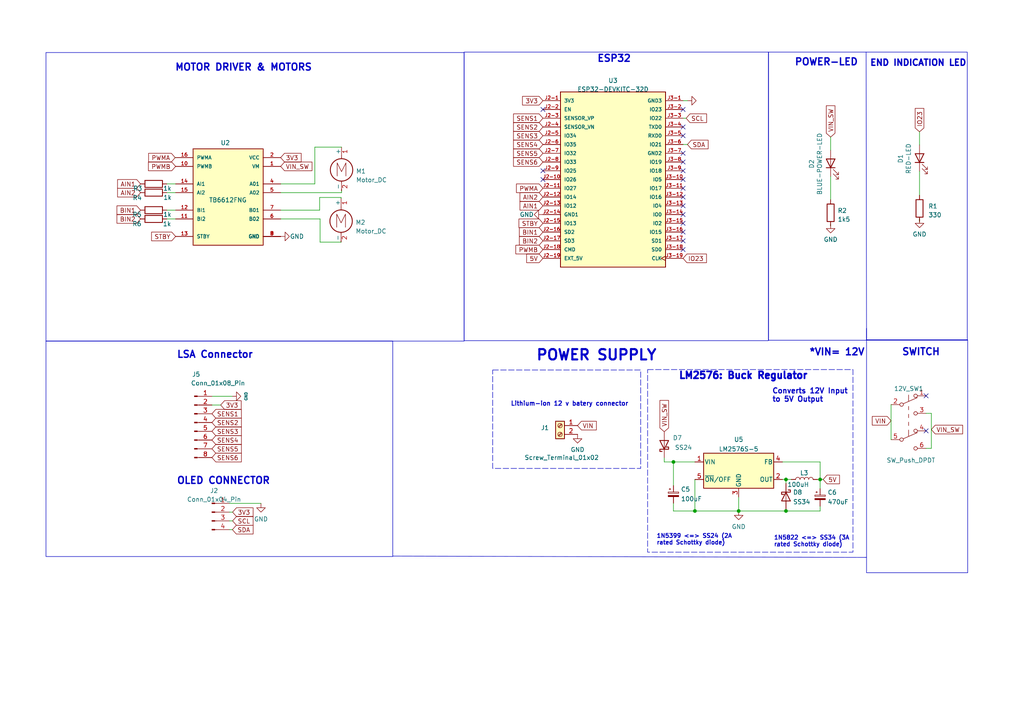
<source format=kicad_sch>
(kicad_sch (version 20230121) (generator eeschema)
  (paper "A4")
  (lib_symbols
    (symbol "Connector:Conn_01x04_Pin" (pin_names (offset 1.016) hide)
      (property "Reference" "J" (at 0 5.08 0))
      (property "Value" "Conn_01x04_Pin" (at 0 -7.62 0))
      (symbol "Conn_01x04_Pin_1_1"
        (polyline (pts (xy 1.27 -5.08) (xy 0.8636 -5.08)) (stroke (width 0.1524)))
        (polyline (pts (xy 1.27 -2.54) (xy 0.8636 -2.54)) (stroke (width 0.1524)))
        (polyline (pts (xy 1.27 0) (xy 0.8636 0)) (stroke (width 0.1524)))
        (polyline (pts (xy 1.27 2.54) (xy 0.8636 2.54)) (stroke (width 0.1524)))
        (rectangle (start 0.8636 -4.953) (end 0 -5.207) (stroke (width 0.1524)) (fill (type outline)))
        (rectangle (start 0.8636 -2.413) (end 0 -2.667) (stroke (width 0.1524)) (fill (type outline)))
        (rectangle (start 0.8636 0.127) (end 0 -0.127) (stroke (width 0.1524)) (fill (type outline)))
        (rectangle (start 0.8636 2.667) (end 0 2.413) (stroke (width 0.1524)) (fill (type outline)))
        (pin passive line (at 5.08 2.54 180) (length 3.81) (name "Pin_1") (number "1"))
        (pin passive line (at 5.08 0 180) (length 3.81) (name "Pin_2") (number "2"))
        (pin passive line (at 5.08 -2.54 180) (length 3.81) (name "Pin_3") (number "3"))
        (pin passive line (at 5.08 -5.08 180) (length 3.81) (name "Pin_4") (number "4"))
      )
    )
    (symbol "Connector:Conn_01x08_Pin" (pin_names (offset 1.016) hide)
      (property "Reference" "J" (at 0 10.16 0))
      (property "Value" "Conn_01x08_Pin" (at 0 -12.7 0))
      (symbol "Conn_01x08_Pin_1_1"
        (polyline (pts (xy 1.27 -10.16) (xy 0.8636 -10.16)) (stroke (width 0.1524)))
        (polyline (pts (xy 1.27 -7.62) (xy 0.8636 -7.62)) (stroke (width 0.1524)))
        (polyline (pts (xy 1.27 -5.08) (xy 0.8636 -5.08)) (stroke (width 0.1524)))
        (polyline (pts (xy 1.27 -2.54) (xy 0.8636 -2.54)) (stroke (width 0.1524)))
        (polyline (pts (xy 1.27 0) (xy 0.8636 0)) (stroke (width 0.1524)))
        (polyline (pts (xy 1.27 2.54) (xy 0.8636 2.54)) (stroke (width 0.1524)))
        (polyline (pts (xy 1.27 5.08) (xy 0.8636 5.08)) (stroke (width 0.1524)))
        (polyline (pts (xy 1.27 7.62) (xy 0.8636 7.62)) (stroke (width 0.1524)))
        (rectangle (start 0.8636 -10.033) (end 0 -10.287) (stroke (width 0.1524)) (fill (type outline)))
        (rectangle (start 0.8636 -7.493) (end 0 -7.747) (stroke (width 0.1524)) (fill (type outline)))
        (rectangle (start 0.8636 -4.953) (end 0 -5.207) (stroke (width 0.1524)) (fill (type outline)))
        (rectangle (start 0.8636 -2.413) (end 0 -2.667) (stroke (width 0.1524)) (fill (type outline)))
        (rectangle (start 0.8636 0.127) (end 0 -0.127) (stroke (width 0.1524)) (fill (type outline)))
        (rectangle (start 0.8636 2.667) (end 0 2.413) (stroke (width 0.1524)) (fill (type outline)))
        (rectangle (start 0.8636 5.207) (end 0 4.953) (stroke (width 0.1524)) (fill (type outline)))
        (rectangle (start 0.8636 7.747) (end 0 7.493) (stroke (width 0.1524)) (fill (type outline)))
        (pin passive line (at 5.08 7.62 180) (length 3.81) (name "Pin_1") (number "1"))
        (pin passive line (at 5.08 5.08 180) (length 3.81) (name "Pin_2") (number "2"))
        (pin passive line (at 5.08 2.54 180) (length 3.81) (name "Pin_3") (number "3"))
        (pin passive line (at 5.08 0 180) (length 3.81) (name "Pin_4") (number "4"))
        (pin passive line (at 5.08 -2.54 180) (length 3.81) (name "Pin_5") (number "5"))
        (pin passive line (at 5.08 -5.08 180) (length 3.81) (name "Pin_6") (number "6"))
        (pin passive line (at 5.08 -7.62 180) (length 3.81) (name "Pin_7") (number "7"))
        (pin passive line (at 5.08 -10.16 180) (length 3.81) (name "Pin_8") (number "8"))
      )
    )
    (symbol "Connector:Screw_Terminal_01x02" (pin_names (offset 1.016) hide)
      (property "Reference" "J" (at 0 2.54 0))
      (property "Value" "Screw_Terminal_01x02" (at 0 -5.08 0))
      (symbol "Screw_Terminal_01x02_1_1"
        (rectangle (start -1.27 1.27) (end 1.27 -3.81) (stroke (width 0.254)) (fill (type background)))
        (circle (center 0 -2.54) (radius 0.635) (stroke (width 0.1524)))
        (polyline (pts (xy -0.5334 -2.2098) (xy 0.3302 -3.048)) (stroke (width 0.1524)))
        (polyline (pts (xy -0.5334 0.3302) (xy 0.3302 -0.508)) (stroke (width 0.1524)))
        (polyline (pts (xy -0.3556 -2.032) (xy 0.508 -2.8702)) (stroke (width 0.1524)))
        (polyline (pts (xy -0.3556 0.508) (xy 0.508 -0.3302)) (stroke (width 0.1524)))
        (circle (center 0 0) (radius 0.635) (stroke (width 0.1524)))
        (pin passive line (at -5.08 0 0) (length 3.81) (name "Pin_1") (number "1"))
        (pin passive line (at -5.08 -2.54 0) (length 3.81) (name "Pin_2") (number "2"))
      )
    )
    (symbol "Device:C_Polarized_Small" (pin_numbers hide) (pin_names (offset 0.254) hide)
      (property "Reference" "C" (at 0.254 1.778 0))
      (property "Value" "C_Polarized_Small" (at 0.254 -2.032 0))
      (symbol "C_Polarized_Small_0_1"
        (rectangle (start -1.524 -0.3048) (end 1.524 -0.6858) (fill (type outline)))
        (rectangle (start -1.524 0.6858) (end 1.524 0.3048))
        (polyline (pts (xy -1.27 1.524) (xy -0.762 1.524)))
        (polyline (pts (xy -1.016 1.27) (xy -1.016 1.778)))
      )
      (symbol "C_Polarized_Small_1_1"
        (pin passive line (at 0 2.54 270) (length 1.8542) (name "~") (number "1"))
        (pin passive line (at 0 -2.54 90) (length 1.8542) (name "~") (number "2"))
      )
    )
    (symbol "Device:L" (pin_numbers hide) (pin_names (offset 1.016) hide)
      (property "Reference" "L" (at -1.27 0 90))
      (property "Value" "L" (at 1.905 0 90))
      (symbol "L_0_1"
        (arc (start 0 -2.54) (mid 0.6323 -1.905) (end 0 -1.27))
        (arc (start 0 -1.27) (mid 0.6323 -0.635) (end 0 0))
        (arc (start 0 0) (mid 0.6323 0.635) (end 0 1.27))
        (arc (start 0 1.27) (mid 0.6323 1.905) (end 0 2.54))
      )
      (symbol "L_1_1"
        (pin passive line (at 0 3.81 270) (length 1.27) (name "1") (number "1"))
        (pin passive line (at 0 -3.81 90) (length 1.27) (name "2") (number "2"))
      )
    )
    (symbol "Device:LED" (pin_numbers hide) (pin_names (offset 1.016) hide)
      (property "Reference" "D" (at 0 2.54 0))
      (property "Value" "LED" (at 0 -2.54 0))
      (symbol "LED_0_1"
        (polyline (pts (xy -1.27 -1.27) (xy -1.27 1.27)) (stroke (width 0.254)))
        (polyline (pts (xy -1.27 0) (xy 1.27 0)))
        (polyline (pts (xy 1.27 -1.27) (xy 1.27 1.27) (xy -1.27 0) (xy 1.27 -1.27)) (stroke (width 0.254)))
        (polyline (pts (xy -3.048 -0.762) (xy -4.572 -2.286) (xy -3.81 -2.286) (xy -4.572 -2.286) (xy -4.572 -1.524)))
        (polyline (pts (xy -1.778 -0.762) (xy -3.302 -2.286) (xy -2.54 -2.286) (xy -3.302 -2.286) (xy -3.302 -1.524)))
      )
      (symbol "LED_1_1"
        (pin passive line (at -3.81 0 0) (length 2.54) (name "K") (number "1"))
        (pin passive line (at 3.81 0 180) (length 2.54) (name "A") (number "2"))
      )
    )
    (symbol "Device:R" (pin_numbers hide) (pin_names (offset 0))
      (property "Reference" "R" (at 2.032 0 90))
      (property "Value" "R" (at 0 0 90))
      (symbol "R_0_1"
        (rectangle (start -1.016 -2.54) (end 1.016 2.54) (stroke (width 0.254)))
      )
      (symbol "R_1_1"
        (pin passive line (at 0 3.81 270) (length 1.27) (name "~") (number "1"))
        (pin passive line (at 0 -3.81 90) (length 1.27) (name "~") (number "2"))
      )
    )
    (symbol "Diode:1N5822" (pin_numbers hide) (pin_names (offset 1.016) hide)
      (property "Reference" "D" (at 0 2.54 0))
      (property "Value" "1N5822" (at 0 -2.54 0))
      (symbol "1N5822_0_1"
        (polyline (pts (xy 1.27 0) (xy -1.27 0)))
        (polyline (pts (xy 1.27 1.27) (xy 1.27 -1.27) (xy -1.27 0) (xy 1.27 1.27)) (stroke (width 0.254)))
        (polyline (pts (xy -1.905 0.635) (xy -1.905 1.27) (xy -1.27 1.27) (xy -1.27 -1.27) (xy -0.635 -1.27) (xy -0.635 -0.635)) (stroke (width 0.254)))
      )
      (symbol "1N5822_1_1"
        (pin passive line (at -3.81 0 0) (length 2.54) (name "K") (number "1"))
        (pin passive line (at 3.81 0 180) (length 2.54) (name "A") (number "2"))
      )
    )
    (symbol "MAZEBLAZE-SY,:ESP32-DEVKITC-32D" (pin_names (offset 1.016))
      (property "Reference" "U" (at -15.2572 26.0643 0))
      (property "Value" "ESP32-DEVKITC-32D" (at -15.2563 -27.9698 0))
      (symbol "ESP32-DEVKITC-32D_0_0"
        (rectangle (start -15.24 25.4) (end 15.24 -25.4) (stroke (width 0.254)) (fill (type background)))
        (pin power_in line (at -20.32 22.86 0) (length 5.08) (name "3V3") (number "J2-1"))
        (pin bidirectional line (at -20.32 0 0) (length 5.08) (name "IO26") (number "J2-10"))
        (pin bidirectional line (at -20.32 -2.54 0) (length 5.08) (name "IO27") (number "J2-11"))
        (pin bidirectional line (at -20.32 -5.08 0) (length 5.08) (name "IO14") (number "J2-12"))
        (pin bidirectional line (at -20.32 -7.62 0) (length 5.08) (name "IO12") (number "J2-13"))
        (pin power_in line (at -20.32 -10.16 0) (length 5.08) (name "GND1") (number "J2-14"))
        (pin bidirectional line (at -20.32 -12.7 0) (length 5.08) (name "IO13") (number "J2-15"))
        (pin bidirectional line (at -20.32 -15.24 0) (length 5.08) (name "SD2") (number "J2-16"))
        (pin bidirectional line (at -20.32 -17.78 0) (length 5.08) (name "SD3") (number "J2-17"))
        (pin bidirectional line (at -20.32 -20.32 0) (length 5.08) (name "CMD") (number "J2-18"))
        (pin power_in line (at -20.32 -22.86 0) (length 5.08) (name "EXT_5V") (number "J2-19"))
        (pin input line (at -20.32 20.32 0) (length 5.08) (name "EN") (number "J2-2"))
        (pin input line (at -20.32 17.78 0) (length 5.08) (name "SENSOR_VP") (number "J2-3"))
        (pin input line (at -20.32 15.24 0) (length 5.08) (name "SENSOR_VN") (number "J2-4"))
        (pin bidirectional line (at -20.32 12.7 0) (length 5.08) (name "IO34") (number "J2-5"))
        (pin bidirectional line (at -20.32 10.16 0) (length 5.08) (name "IO35") (number "J2-6"))
        (pin bidirectional line (at -20.32 7.62 0) (length 5.08) (name "IO32") (number "J2-7"))
        (pin bidirectional line (at -20.32 5.08 0) (length 5.08) (name "IO33") (number "J2-8"))
        (pin bidirectional line (at -20.32 2.54 0) (length 5.08) (name "IO25") (number "J2-9"))
        (pin power_in line (at 20.32 22.86 180) (length 5.08) (name "GND3") (number "J3-1"))
        (pin bidirectional line (at 20.32 0 180) (length 5.08) (name "IO5") (number "J3-10"))
        (pin bidirectional line (at 20.32 -2.54 180) (length 5.08) (name "IO17") (number "J3-11"))
        (pin bidirectional line (at 20.32 -5.08 180) (length 5.08) (name "IO16") (number "J3-12"))
        (pin bidirectional line (at 20.32 -7.62 180) (length 5.08) (name "IO4") (number "J3-13"))
        (pin bidirectional line (at 20.32 -10.16 180) (length 5.08) (name "IO0") (number "J3-14"))
        (pin bidirectional line (at 20.32 -12.7 180) (length 5.08) (name "IO2") (number "J3-15"))
        (pin bidirectional line (at 20.32 -15.24 180) (length 5.08) (name "IO15") (number "J3-16"))
        (pin bidirectional line (at 20.32 -17.78 180) (length 5.08) (name "SD1") (number "J3-17"))
        (pin bidirectional line (at 20.32 -20.32 180) (length 5.08) (name "SD0") (number "J3-18"))
        (pin input clock (at 20.32 -22.86 180) (length 5.08) (name "CLK") (number "J3-19"))
        (pin bidirectional line (at 20.32 20.32 180) (length 5.08) (name "IO23") (number "J3-2"))
        (pin bidirectional line (at 20.32 17.78 180) (length 5.08) (name "IO22") (number "J3-3"))
        (pin output line (at 20.32 15.24 180) (length 5.08) (name "TXD0") (number "J3-4"))
        (pin input line (at 20.32 12.7 180) (length 5.08) (name "RXD0") (number "J3-5"))
        (pin bidirectional line (at 20.32 10.16 180) (length 5.08) (name "IO21") (number "J3-6"))
        (pin power_in line (at 20.32 7.62 180) (length 5.08) (name "GND2") (number "J3-7"))
        (pin bidirectional line (at 20.32 5.08 180) (length 5.08) (name "IO19") (number "J3-8"))
        (pin bidirectional line (at 20.32 2.54 180) (length 5.08) (name "IO18") (number "J3-9"))
      )
    )
    (symbol "Motor:Motor_DC" (pin_names (offset 0))
      (property "Reference" "M" (at 2.54 2.54 0))
      (property "Value" "Motor_DC" (at 2.54 -5.08 0))
      (symbol "Motor_DC_0_0"
        (polyline (pts (xy -1.27 -3.302) (xy -1.27 0.508) (xy 0 -2.032) (xy 1.27 0.508) (xy 1.27 -3.302)))
      )
      (symbol "Motor_DC_0_1"
        (circle (center 0 -1.524) (radius 3.2512) (stroke (width 0.254)))
        (polyline (pts (xy 0 -7.62) (xy 0 -7.112)))
        (polyline (pts (xy 0 -4.7752) (xy 0 -5.1816)))
        (polyline (pts (xy 0 1.7272) (xy 0 2.0828)))
        (polyline (pts (xy 0 2.032) (xy 0 2.54)))
      )
      (symbol "Motor_DC_1_1"
        (pin passive line (at 0 5.08 270) (length 2.54) (name "+") (number "1"))
        (pin passive line (at 0 -7.62 90) (length 2.54) (name "-") (number "2"))
      )
    )
    (symbol "Regulator_Switching:LM2576S-5" (pin_names (offset 0.254))
      (property "Reference" "U" (at -10.16 6.35 0))
      (property "Value" "LM2576S-5" (at 0 6.35 0))
      (symbol "LM2576S-5_0_1"
        (rectangle (start -10.16 5.08) (end 10.16 -5.08) (stroke (width 0.254)) (fill (type background)))
      )
      (symbol "LM2576S-5_1_1"
        (pin power_in line (at -12.7 2.54 0) (length 2.54) (name "VIN") (number "1"))
        (pin output line (at 12.7 -2.54 180) (length 2.54) (name "OUT") (number "2"))
        (pin power_in line (at 0 -7.62 90) (length 2.54) (name "GND") (number "3"))
        (pin input line (at 12.7 2.54 180) (length 2.54) (name "FB") (number "4"))
        (pin input line (at -12.7 -2.54 0) (length 2.54) (name "~{ON}/OFF") (number "5"))
      )
    )
    (symbol "Switch:SW_Push_DPDT" (pin_names (offset 0) hide)
      (property "Reference" "SW" (at 0 8.89 0))
      (property "Value" "SW_Push_DPDT" (at 0 -10.16 0))
      (symbol "SW_Push_DPDT_0_0"
        (circle (center -2.032 -5.08) (radius 0.508))
        (circle (center -2.032 5.08) (radius 0.508))
        (circle (center 2.032 -7.62) (radius 0.508))
        (circle (center 2.032 2.54) (radius 0.508))
      )
      (symbol "SW_Push_DPDT_0_1"
        (polyline (pts (xy -1.524 -4.826) (xy 2.54 -3.048)))
        (polyline (pts (xy -1.524 5.334) (xy 2.54 7.112)))
        (polyline (pts (xy 0 -2.286) (xy 0 -4.064)))
        (polyline (pts (xy 0 -1.016) (xy 0 0)))
        (polyline (pts (xy 0 1.27) (xy 0 2.286)))
        (polyline (pts (xy 0 3.556) (xy 0 4.572)))
        (polyline (pts (xy 0 7.874) (xy 0 6.096)))
        (circle (center 2.032 -2.54) (radius 0.508))
        (circle (center 2.032 7.62) (radius 0.508))
      )
      (symbol "SW_Push_DPDT_1_1"
        (pin passive line (at 5.08 7.62 180) (length 2.54) (name "A") (number "1"))
        (pin passive line (at -5.08 5.08 0) (length 2.54) (name "B") (number "2"))
        (pin passive line (at 5.08 2.54 180) (length 2.54) (name "C") (number "3"))
        (pin passive line (at 5.08 -2.54 180) (length 2.54) (name "A") (number "4"))
        (pin passive line (at -5.08 -5.08 0) (length 2.54) (name "B") (number "5"))
        (pin passive line (at 5.08 -7.62 180) (length 2.54) (name "C") (number "6"))
      )
    )
    (symbol "TB6612FNG:ROB-14450" (pin_names (offset 1.016))
      (property "Reference" "U" (at -10.16 16.002 0))
      (property "Value" "ROB-14450" (at -10.16 -15.24 0))
      (symbol "ROB-14450_0_0"
        (rectangle (start -10.16 -12.7) (end 10.16 15.24) (stroke (width 0.254)) (fill (type background)))
        (pin power_in line (at 15.24 10.16 180) (length 5.08) (name "VM") (number "1"))
        (pin input line (at -15.24 10.16 0) (length 5.08) (name "PWMB") (number "10"))
        (pin input line (at -15.24 -5.08 0) (length 5.08) (name "BI2") (number "11"))
        (pin input line (at -15.24 -2.54 0) (length 5.08) (name "BI1") (number "12"))
        (pin input line (at -15.24 -10.16 0) (length 5.08) (name "STBY") (number "13"))
        (pin input line (at -15.24 5.08 0) (length 5.08) (name "AI1") (number "14"))
        (pin input line (at -15.24 2.54 0) (length 5.08) (name "AI2") (number "15"))
        (pin input line (at -15.24 12.7 0) (length 5.08) (name "PWMA") (number "16"))
        (pin power_in line (at 15.24 12.7 180) (length 5.08) (name "VCC") (number "2"))
        (pin power_in line (at 15.24 -10.16 180) (length 5.08) (name "GND") (number "3"))
        (pin output line (at 15.24 5.08 180) (length 5.08) (name "A01") (number "4"))
        (pin output line (at 15.24 2.54 180) (length 5.08) (name "A02") (number "5"))
        (pin output line (at 15.24 -5.08 180) (length 5.08) (name "B02") (number "6"))
        (pin output line (at 15.24 -2.54 180) (length 5.08) (name "B01") (number "7"))
        (pin power_in line (at 15.24 -10.16 180) (length 5.08) (name "GND") (number "8"))
        (pin power_in line (at 15.24 -10.16 180) (length 5.08) (name "GND") (number "9"))
      )
    )
    (symbol "power:GND" (power) (pin_names (offset 0))
      (property "Value" "GND" (at 0 -3.81 0))
      (symbol "GND_0_1"
        (polyline (pts (xy 0 0) (xy 0 -1.27) (xy 1.27 -1.27) (xy 0 -2.54) (xy -1.27 -1.27) (xy 0 -1.27)))
      )
      (symbol "GND_1_1"
        (pin power_in line (at 0 0 270) (length 0) hide (name "GND") (number "1"))
      )
    )
  )
  (junction (at 227.965 139.065))
  (junction (at 227.965 148.209))
  (junction (at 237.871 139.065))
  (junction (at 201.549 148.209))
  (junction (at 195.326 133.985))
  (junction (at 214.249 148.209))
  (no_connect (at 198.12 69.85))
  (no_connect (at 198.12 67.31))
  (no_connect (at 157.48 31.75))
  (no_connect (at 198.12 64.77))
  (no_connect (at 268.605 124.968))
  (no_connect (at 198.12 57.15))
  (no_connect (at 157.48 52.07))
  (no_connect (at 198.12 72.39))
  (no_connect (at 268.605 114.808))
  (no_connect (at 198.12 49.53))
  (no_connect (at 157.48 49.53))
  (no_connect (at 198.12 59.69))
  (no_connect (at 198.12 36.83))
  (no_connect (at 198.12 62.23))
  (no_connect (at 198.12 52.07))
  (no_connect (at 198.12 44.45))
  (no_connect (at 198.12 54.61))
  (no_connect (at 198.12 39.37))
  (no_connect (at 198.12 46.99))
  (no_connect (at 198.12 31.75))
  (wire (pts (xy 227.965 139.065) (xy 229.489 139.065)))
  (wire (pts (xy 92.71 57.277) (xy 98.933 57.277)))
  (polyline (pts (xy 250.952 161.671) (xy 251.333 161.671)))
  (wire (pts (xy 48.387 60.96) (xy 50.927 60.96)))
  (wire (pts (xy 195.326 133.985) (xy 192.659 133.985)))
  (wire (pts (xy 268.605 119.888) (xy 270.129 119.888)))
  (wire (pts (xy 214.249 144.145) (xy 214.249 148.209)))
  (wire (pts (xy 226.949 133.985) (xy 237.871 133.985)))
  (wire (pts (xy 226.949 139.065) (xy 227.965 139.065)))
  (wire (pts (xy 91.313 42.672) (xy 99.06 42.672)))
  (wire (pts (xy 201.549 139.065) (xy 201.549 148.209)))
  (wire (pts (xy 227.965 148.209) (xy 227.965 147.828)))
  (wire (pts (xy 266.7 64.262) (xy 266.7 63.5)))
  (wire (pts (xy 237.109 139.065) (xy 237.871 139.065)))
  (wire (pts (xy 48.387 55.88) (xy 50.927 55.88)))
  (wire (pts (xy 192.659 133.985) (xy 192.659 132.842)))
  (wire (pts (xy 92.837 70.231) (xy 98.933 70.231)))
  (wire (pts (xy 66.548 153.6192) (xy 67.4116 153.6192)))
  (wire (pts (xy 66.548 145.9992) (xy 75.692 145.9992)))
  (wire (pts (xy 66.548 148.5392) (xy 67.4624 148.5392)))
  (wire (pts (xy 237.871 139.065) (xy 238.76 139.065)))
  (wire (pts (xy 201.549 148.209) (xy 214.249 148.209)))
  (wire (pts (xy 237.871 133.985) (xy 237.871 139.065)))
  (wire (pts (xy 81.407 60.96) (xy 92.71 60.96)))
  (polyline (pts (xy 113.919 161.29) (xy 250.952 161.671)))
  (wire (pts (xy 50.8 45.72) (xy 50.927 45.72)))
  (wire (pts (xy 92.71 57.277) (xy 92.71 60.96)))
  (wire (pts (xy 98.933 57.277) (xy 98.933 57.531)))
  (wire (pts (xy 48.387 63.5) (xy 50.927 63.5)))
  (wire (pts (xy 237.871 148.209) (xy 237.871 146.812)))
  (wire (pts (xy 66.548 151.0792) (xy 67.4624 151.0792)))
  (wire (pts (xy 270.129 119.888) (xy 270.129 130.048)))
  (wire (pts (xy 258.445 117.348) (xy 258.445 127.508)))
  (wire (pts (xy 195.326 140.843) (xy 195.326 133.985)))
  (wire (pts (xy 201.549 133.985) (xy 195.326 133.985)))
  (polyline (pts (xy 251.333 98.679) (xy 251.333 95.25)))
  (wire (pts (xy 81.407 63.5) (xy 92.837 63.5)))
  (polyline (pts (xy 251.206 15.113) (xy 251.333 98.679)))
  (wire (pts (xy 91.313 42.672) (xy 91.313 53.34)))
  (wire (pts (xy 48.387 53.34) (xy 50.927 53.34)))
  (wire (pts (xy 92.837 63.5) (xy 92.837 70.231)))
  (wire (pts (xy 227.965 140.208) (xy 227.965 139.065)))
  (wire (pts (xy 198.12 29.21) (xy 199.39 29.21)))
  (polyline (pts (xy 225.552 158.496) (xy 225.3742 158.496)))
  (wire (pts (xy 81.407 53.34) (xy 91.313 53.34)))
  (wire (pts (xy 266.7 49.657) (xy 266.7 56.642)))
  (wire (pts (xy 237.871 141.732) (xy 237.871 139.065)))
  (wire (pts (xy 99.06 55.88) (xy 99.06 55.372)))
  (wire (pts (xy 195.326 148.209) (xy 201.549 148.209)))
  (wire (pts (xy 240.919 43.561) (xy 240.919 39.751)))
  (wire (pts (xy 240.919 51.181) (xy 240.919 57.912)))
  (wire (pts (xy 64.008 117.475) (xy 61.468 117.475)))
  (wire (pts (xy 199.39 41.91) (xy 198.12 41.91)))
  (wire (pts (xy 227.965 148.209) (xy 237.871 148.209)))
  (wire (pts (xy 195.326 145.923) (xy 195.326 148.209)))
  (wire (pts (xy 270.129 130.048) (xy 268.605 130.048)))
  (wire (pts (xy 266.7 42.037) (xy 266.7 38.227)))
  (wire (pts (xy 214.249 148.209) (xy 227.965 148.209)))
  (wire (pts (xy 198.12 34.29) (xy 199.009 34.29)))
  (wire (pts (xy 67.31 114.935) (xy 61.468 114.935)))
  (wire (pts (xy 81.407 55.88) (xy 99.06 55.88)))
  (wire (pts (xy 240.919 65.532) (xy 240.919 65.024)))
  (rectangle (start 13.335 15.24) (end 134.62 98.933))
  (rectangle (start 222.885 15.113) (end 280.543 98.679))
  (rectangle (start 134.62 15.113) (end 222.885 98.806))
  (rectangle (start 142.9004 107.315) (end 185.8264 135.8646) (stroke (width 0) (type dash)))
  (rectangle (start 251.333 98.552) (end 280.67 166.116))
  (rectangle (start 13.335 98.933) (end 113.919 161.417))
  (rectangle (start 187.833 107.188) (end 247.396 160.147) (stroke (width 0) (type dash)))
  (text "LM2576: Buck Regulator" (at 196.723 110.236 0) (effects (font (size 2 2) (thickness 0.6) bold) (justify left bottom)))
  (text "1N5399 <=> SS24 (2A \nrated Schottky diode)" (at 190.373 158.242 0) (effects (font (size 1.2 1.2) bold) (justify left bottom)))
  (text "END INDICATION LED\n" (at 252.222 19.431 0) (effects (font (size 1.8 1.8) (thickness 0.4) bold) (justify left bottom)))
  (text "POWER SUPPLY" (at 155.321 104.902 0) (effects (font (size 3 3) (thickness 0.6) bold) (justify left bottom)))
  (text "ESP32" (at 173.101 18.288 0) (effects (font (size 2 2) (thickness 0.4) bold) (justify left bottom)))
  (text "Lithium-ion 12 v batery connector\n\n" (at 148.082 120.015 0) (effects (font (size 1.27 1.27) bold) (justify left bottom)))
  (text "OLED CONNECTOR" (at 51.181 140.716 0) (effects (font (size 2 2) (thickness 0.4) bold) (justify left bottom)))
  (text "1N5822 <=> SS34 (3A \nrated Schottky diode)" (at 224.409 158.75 0) (effects (font (size 1.2 1.2) bold) (justify left bottom)))
  (text "SWITCH\n" (at 261.493 103.378 0) (effects (font (size 2 2) (thickness 0.4) bold) (justify left bottom)))
  (text "Converts 12V Input \nto 5V Output" (at 223.901 116.84 0) (effects (font (size 1.5 1.5) bold) (justify left bottom)))
  (text "POWER-LED" (at 230.378 19.304 0) (effects (font (size 2 2) (thickness 0.4) bold) (justify left bottom)))
  (text "LSA Connector\n" (at 51.181 104.14 0) (effects (font (size 2 2) (thickness 0.4) bold) (justify left bottom)))
  (text "*VIN= 12V\n" (at 234.5944 103.4288 0) (effects (font (size 2 2) bold) (justify left bottom)))
  (text "MOTOR DRIVER & MOTORS" (at 50.673 20.828 0) (effects (font (size 2 2) bold) (justify left bottom)))
  (global_label "AIN2" (shape input) (at 40.767 55.88 180) (property "Intersheetrefs" "${INTERSHEET_REFS}" (effects hide)))
  (global_label "5V" (shape input) (at 157.48 74.93 180) (property "Intersheetrefs" "${INTERSHEET_REFS}" (effects hide)))
  (global_label "SENS5" (shape input) (at 61.468 130.175 0) (property "Intersheetrefs" "${INTERSHEET_REFS}" (effects hide)))
  (global_label "PWMA" (shape input) (at 50.8 45.72 180) (property "Intersheetrefs" "${INTERSHEET_REFS}" (effects hide)))
  (global_label "3V3" (shape input) (at 81.407 45.72 0) (property "Intersheetrefs" "${INTERSHEET_REFS}" (effects hide)))
  (global_label "SENS1" (shape input) (at 61.468 120.015 0) (property "Intersheetrefs" "${INTERSHEET_REFS}" (effects hide)))
  (global_label "SDA" (shape input) (at 67.4116 153.6192 0) (property "Intersheetrefs" "${INTERSHEET_REFS}" (effects hide)))
  (global_label "3V3" (shape input) (at 64.008 117.475 0) (property "Intersheetrefs" "${INTERSHEET_REFS}" (effects hide)))
  (global_label "BIN1" (shape input) (at 40.767 60.96 180) (property "Intersheetrefs" "${INTERSHEET_REFS}" (effects hide)))
  (global_label "STBY" (shape input) (at 157.48 64.77 180) (property "Intersheetrefs" "${INTERSHEET_REFS}" (effects hide)))
  (global_label "AIN1" (shape input) (at 157.48 59.69 180) (property "Intersheetrefs" "${INTERSHEET_REFS}" (effects hide)))
  (global_label "IO23" (shape input) (at 266.7 38.227 90) (property "Intersheetrefs" "${INTERSHEET_REFS}" (effects hide)))
  (global_label "SCL" (shape input) (at 199.009 34.29 0) (property "Intersheetrefs" "${INTERSHEET_REFS}" (effects hide)))
  (global_label "SENS1" (shape input) (at 157.48 34.29 180) (property "Intersheetrefs" "${INTERSHEET_REFS}" (effects hide)))
  (global_label "SENS4" (shape input) (at 157.48 41.91 180) (property "Intersheetrefs" "${INTERSHEET_REFS}" (effects hide)))
  (global_label "VIN" (shape input) (at 167.513 123.444 0) (property "Intersheetrefs" "${INTERSHEET_REFS}" (effects hide)))
  (global_label "STBY" (shape input) (at 50.927 68.58 180) (property "Intersheetrefs" "${INTERSHEET_REFS}" (effects hide)))
  (global_label "PWMB" (shape input) (at 157.48 72.39 180) (property "Intersheetrefs" "${INTERSHEET_REFS}" (effects hide)))
  (global_label "SENS3" (shape input) (at 61.468 125.095 0) (property "Intersheetrefs" "${INTERSHEET_REFS}" (effects hide)))
  (global_label "SENS4" (shape input) (at 61.468 127.635 0) (property "Intersheetrefs" "${INTERSHEET_REFS}" (effects hide)))
  (global_label "SENS6" (shape input) (at 157.48 46.99 180) (property "Intersheetrefs" "${INTERSHEET_REFS}" (effects hide)))
  (global_label "SDA" (shape input) (at 199.39 41.91 0) (property "Intersheetrefs" "${INTERSHEET_REFS}" (effects hide)))
  (global_label "PWMB" (shape input) (at 50.927 48.26 180) (property "Intersheetrefs" "${INTERSHEET_REFS}" (effects hide)))
  (global_label "3V3" (shape input) (at 157.48 29.21 180) (property "Intersheetrefs" "${INTERSHEET_REFS}" (effects hide)))
  (global_label "SENS3" (shape input) (at 157.48 39.37 180) (property "Intersheetrefs" "${INTERSHEET_REFS}" (effects hide)))
  (global_label "SENS2" (shape input) (at 61.468 122.555 0) (property "Intersheetrefs" "${INTERSHEET_REFS}" (effects hide)))
  (global_label "BIN1" (shape input) (at 157.48 67.31 180) (property "Intersheetrefs" "${INTERSHEET_REFS}" (effects hide)))
  (global_label "SENS6" (shape input) (at 61.468 132.715 0) (property "Intersheetrefs" "${INTERSHEET_REFS}" (effects hide)))
  (global_label "IO23" (shape input) (at 198.12 74.93 0) (property "Intersheetrefs" "${INTERSHEET_REFS}" (effects hide)))
  (global_label "3V3" (shape input) (at 67.4624 148.5392 0) (property "Intersheetrefs" "${INTERSHEET_REFS}" (effects hide)))
  (global_label "AIN2" (shape input) (at 157.48 57.15 180) (property "Intersheetrefs" "${INTERSHEET_REFS}" (effects hide)))
  (global_label "SCL" (shape input) (at 67.4624 151.0792 0) (property "Intersheetrefs" "${INTERSHEET_REFS}" (effects hide)))
  (global_label "BIN2" (shape input) (at 157.48 69.85 180) (property "Intersheetrefs" "${INTERSHEET_REFS}" (effects hide)))
  (global_label "5V" (shape input) (at 238.76 139.065 0) (property "Intersheetrefs" "${INTERSHEET_REFS}" (effects hide)))
  (global_label "SENS2" (shape input) (at 157.48 36.83 180) (property "Intersheetrefs" "${INTERSHEET_REFS}" (effects hide)))
  (global_label "PWMA" (shape input) (at 157.48 54.61 180) (property "Intersheetrefs" "${INTERSHEET_REFS}" (effects hide)))
  (global_label "BIN2" (shape input) (at 40.767 63.5 180) (property "Intersheetrefs" "${INTERSHEET_REFS}" (effects hide)))
  (global_label "VIN_SW" (shape input) (at 240.919 39.751 90) (property "Intersheetrefs" "${INTERSHEET_REFS}" (effects hide)))
  (global_label "SENS5" (shape input) (at 157.48 44.45 180) (property "Intersheetrefs" "${INTERSHEET_REFS}" (effects hide)))
  (global_label "VIN" (shape input) (at 258.445 122.047 180) (property "Intersheetrefs" "${INTERSHEET_REFS}" (effects hide)))
  (global_label "AIN1" (shape input) (at 40.767 53.34 180) (property "Intersheetrefs" "${INTERSHEET_REFS}" (effects hide)))
  (global_label "VIN_SW" (shape input) (at 81.407 48.26 0) (property "Intersheetrefs" "${INTERSHEET_REFS}" (effects hide)))
  (global_label "VIN_SW" (shape input) (at 192.659 125.222 90) (property "Intersheetrefs" "${INTERSHEET_REFS}" (effects hide)))
  (global_label "VIN_SW" (shape input) (at 270.129 124.587 0) (property "Intersheetrefs" "${INTERSHEET_REFS}" (effects hide)))
  (symbol (lib_id "Diode:1N5822") (at 192.659 129.032 90) (unit 1)
    (property "Reference" "D7" (at 196.469 127 90))
    (property "Value" "SS24" (at 198.247 129.794 90))
    (property "Footprint" "Diode_SMD:D_SMA" (effects hide))
    (property "Datasheet" "http://www.vishay.com/docs/88526/1n5820.pdf" (effects hide))
  )
  (symbol (lib_id "Connector:Conn_01x08_Pin") (at 56.388 122.555 0) (unit 1)
    (property "Reference" "J5" (at 56.896 108.585 0))
    (property "Value" "Conn_01x08_Pin" (at 63.246 111.125 0))
    (property "Footprint" "Connector_PinHeader_2.54mm:PinHeader_1x08_P2.54mm_Vertical" (effects hide))
  )
  (symbol (lib_id "power:GND") (at 81.407 68.58 90) (unit 1)
    (property "Reference" "#PWR06" (effects hide))
    (property "Value" "GND" (at 84.074 68.58 90) (effects (justify right)))
  )
  (symbol (lib_id "Device:R") (at 44.577 63.5 90) (unit 1)
    (property "Reference" "R6" (at 39.7256 64.9224 90))
    (property "Value" "1k" (at 48.4378 64.9478 90))
    (property "Footprint" "Resistor_SMD:R_1206_3216Metric" (effects hide))
  )
  (symbol (lib_id "Connector:Screw_Terminal_01x02") (at 162.433 123.444 0) (mirror y) (unit 1)
    (property "Reference" "J1" (at 159.258 124.079 0) (effects (justify left)))
    (property "Value" "Screw_Terminal_01x02" (at 173.736 132.715 0) (effects (justify left)))
    (property "Footprint" "MAZEBLAZE:12V_1x02_tht" (effects hide))
  )
  (symbol (lib_id "power:GND") (at 157.48 62.23 270) (unit 1)
    (property "Reference" "#PWR04" (effects hide))
    (property "Value" "GND" (at 154.813 62.23 90) (effects (justify right)))
  )
  (symbol (lib_id "power:GND") (at 266.7 63.5 0) (unit 1)
    (property "Reference" "#PWR01" (effects hide))
    (property "Value" "GND" (at 266.7 67.945 0))
  )
  (symbol (lib_id "Device:C_Polarized_Small") (at 237.871 144.272 0) (unit 1)
    (property "Reference" "C6" (at 240.03 142.8174 0) (effects (justify left)))
    (property "Value" "470uF" (at 240.03 145.5925 0) (effects (justify left)))
    (property "Footprint" "Capacitor_SMD:CP_Elec_8x10" (effects hide))
  )
  (symbol (lib_id "Device:R") (at 44.577 55.88 90) (unit 1)
    (property "Reference" "R4" (at 39.8272 57.3786 90))
    (property "Value" "1k" (at 48.5902 57.277 90))
    (property "Footprint" "Resistor_SMD:R_1206_3216Metric" (effects hide))
  )
  (symbol (lib_id "TB6612FNG:ROB-14450") (at 66.167 58.42 0) (unit 1)
    (property "Reference" "U2" (at 65.3542 41.4274 0))
    (property "Value" "TB6612FNG" (at 66.0908 58.0136 0))
    (property "Footprint" "MAZEBLAZE:TB6612FNG_2" (effects hide))
    (property "PARTREV" "11-13-17" (effects hide))
    (property "MANUFACTURER" "Sparkfun Electronics" (effects hide))
    (property "STANDARD" "Manufacturer Recommendation" (effects hide))
  )
  (symbol (lib_id "Device:L") (at 233.299 139.065 90) (unit 1)
    (property "Reference" "L3" (at 233.2482 137.1854 90))
    (property "Value" "100uH" (at 231.521 140.5382 90))
    (property "Footprint" "MAZEBLAZE:CDRH127_inductor_smd" (effects hide))
  )
  (symbol (lib_id "Device:R") (at 266.7 60.452 0) (unit 1)
    (property "Reference" "R1" (at 269.24 59.817 0) (effects (justify left)))
    (property "Value" "330" (at 269.24 62.357 0) (effects (justify left)))
    (property "Footprint" "Resistor_SMD:R_0603_1608Metric" (effects hide))
  )
  (symbol (lib_id "power:GND") (at 214.249 148.209 0) (unit 1)
    (property "Reference" "#PWR08" (effects hide))
    (property "Value" "GND" (at 214.249 152.7715 0))
  )
  (symbol (lib_id "MAZEBLAZE-SY,:ESP32-DEVKITC-32D") (at 177.8 52.07 0) (unit 1)
    (property "Reference" "U3" (at 177.8 23.368 0))
    (property "Value" "ESP32-DEVKITC-32D" (at 177.8 25.908 0))
    (property "Footprint" "MAZEBLAZE:MODULE_ESP32-DEVKITC-32D" (effects hide))
    (property "MF" "Espressif Systems" (effects hide))
    (property "MAXIMUM_PACKAGE_HEIGHT" "N/A" (effects hide))
    (property "Package" "None" (effects hide))
    (property "Price" "None" (effects hide))
    (property "Check_prices" "https://www.snapeda.com/parts/ESP32-DEVKITC-32D/Espressif+Systems/view-part/?ref=eda" (effects hide))
    (property "STANDARD" "Manufacturer Recommendations" (effects hide))
    (property "PARTREV" "V4" (effects hide))
    (property "SnapEDA_Link" "https://www.snapeda.com/parts/ESP32-DEVKITC-32D/Espressif+Systems/view-part/?ref=snap" (effects hide))
    (property "MP" "ESP32-DEVKITC-32D" (effects hide))
    (property "Purchase-URL" "https://www.snapeda.com/api/url_track_click_mouser/?unipart_id=2777395&manufacturer=Espressif Systems&part_name=ESP32-DEVKITC-32D&search_term=esp32 devkit v4" (effects hide))
    (property "Description" "\nWiFi Development Tools (802.11) ESP32 General Development Kit, ESP32-WROOM-32D on the board\n" (effects hide))
    (property "MANUFACTURER" "Espressif Systems" (effects hide))
    (property "Availability" "In Stock" (effects hide))
    (property "SNAPEDA_PN" "ESP32-DEVKITC-32D" (effects hide))
  )
  (symbol (lib_id "Diode:1N5822") (at 227.965 144.018 270) (unit 1)
    (property "Reference" "D8" (at 229.997 142.792 90) (effects (justify left)))
    (property "Value" "SS34" (at 229.997 145.5671 90) (effects (justify left)))
    (property "Footprint" "Diode_SMD:D_SMB" (effects hide))
    (property "Datasheet" "http://www.vishay.com/docs/88526/1n5820.pdf" (effects hide))
  )
  (symbol (lib_id "power:GND") (at 199.39 29.21 90) (unit 1)
    (property "Reference" "#PWR010" (effects hide))
    (property "Value" "GND" (effects hide))
  )
  (symbol (lib_id "Device:LED") (at 266.7 45.847 90) (unit 1)
    (property "Reference" "D1" (at 261.1882 46.0248 0))
    (property "Value" "RED-LED" (at 263.4996 46.0248 0))
    (property "Footprint" "LED_SMD:LED_1206_3216Metric" (effects hide))
  )
  (symbol (lib_id "Motor:Motor_DC") (at 98.933 62.611 0) (unit 1)
    (property "Reference" "M2" (at 103.124 64.516 0) (effects (justify left)))
    (property "Value" "Motor_DC" (at 103.124 67.056 0) (effects (justify left)))
    (property "Footprint" "MAZEBLAZE:N20_Motor" (effects hide))
  )
  (symbol (lib_id "Device:R") (at 240.919 61.722 0) (unit 1)
    (property "Reference" "R2" (at 242.951 61.087 0) (effects (justify left)))
    (property "Value" "1k5" (at 242.951 63.627 0) (effects (justify left)))
    (property "Footprint" "Resistor_SMD:R_1206_3216Metric" (effects hide))
  )
  (symbol (lib_id "power:GND") (at 167.513 125.984 0) (mirror y) (unit 1)
    (property "Reference" "#PWR05" (effects hide))
    (property "Value" "GND" (at 167.513 130.429 0))
  )
  (symbol (lib_id "power:GND") (at 67.31 114.935 90) (unit 1)
    (property "Reference" "#PWR07" (effects hide))
    (property "Value" "GND" (at 71.374 114.935 0) (effects (font (size 0.8 0.8))))
  )
  (symbol (lib_id "power:GND") (at 75.692 145.9992 0) (unit 1)
    (property "Reference" "#PWR03" (effects hide))
    (property "Value" "GND" (at 75.692 150.5617 0))
  )
  (symbol (lib_id "Switch:SW_Push_DPDT") (at 263.525 122.428 0) (unit 1)
    (property "Reference" "12V_SW1" (at 263.5504 112.7252 0))
    (property "Value" "SW_Push_DPDT" (at 264.2108 133.5024 0))
    (property "Footprint" "MAZEBLAZE:dpdt_sw_2x03_tht" (effects hide))
  )
  (symbol (lib_id "Regulator_Switching:LM2576S-5") (at 214.249 136.525 0) (unit 1)
    (property "Reference" "U5" (at 214.249 127.4785 0))
    (property "Value" "LM2576S-5" (at 214.249 130.2536 0))
    (property "Footprint" "Package_TO_SOT_SMD:TO-263-5_TabPin3" (effects hide))
    (property "Datasheet" "http://www.ti.com/lit/ds/symlink/lm2576.pdf" (effects hide))
  )
  (symbol (lib_id "Connector:Conn_01x04_Pin") (at 61.468 148.5392 0) (unit 1)
    (property "Reference" "J2" (at 62.103 142.3162 0))
    (property "Value" "Conn_01x04_Pin" (at 62.103 144.8562 0))
    (property "Footprint" "Connector_PinHeader_2.54mm:PinHeader_1x04_P2.54mm_Vertical" (effects hide))
  )
  (symbol (lib_id "power:GND") (at 240.919 65.024 0) (unit 1)
    (property "Reference" "#PWR02" (effects hide))
    (property "Value" "GND" (at 240.919 69.469 0))
  )
  (symbol (lib_id "Device:C_Polarized_Small") (at 195.326 143.383 0) (unit 1)
    (property "Reference" "C5" (at 197.485 141.9284 0) (effects (justify left)))
    (property "Value" "100uF" (at 197.485 144.7035 0) (effects (justify left)))
    (property "Footprint" "Capacitor_SMD:CP_Elec_6.3x7.7" (effects hide))
  )
  (symbol (lib_id "Device:R") (at 44.577 53.34 90) (unit 1)
    (property "Reference" "R3" (at 39.9542 54.6608 90))
    (property "Value" "1k" (at 48.5394 54.6354 90))
    (property "Footprint" "Resistor_SMD:R_1206_3216Metric" (effects hide))
  )
  (symbol (lib_id "Device:LED") (at 240.919 47.371 90) (unit 1)
    (property "Reference" "D2" (at 235.4072 47.5488 0))
    (property "Value" "BLUE-POWER-LED" (at 237.7186 47.5488 0))
    (property "Footprint" "LED_SMD:LED_0603_1608Metric" (effects hide))
  )
  (symbol (lib_id "Motor:Motor_DC") (at 99.06 47.752 0) (unit 1)
    (property "Reference" "M1" (at 103.251 49.657 0) (effects (justify left)))
    (property "Value" "Motor_DC" (at 103.251 52.197 0) (effects (justify left)))
    (property "Footprint" "MAZEBLAZE:N20_Motor" (effects hide))
  )
  (symbol (lib_id "Device:R") (at 44.577 60.96 90) (unit 1)
    (property "Reference" "R5" (at 39.751 62.23 90))
    (property "Value" "1k" (at 48.5394 62.2046 90))
    (property "Footprint" "Resistor_SMD:R_1206_3216Metric" (effects hide))
  )
)
</source>
